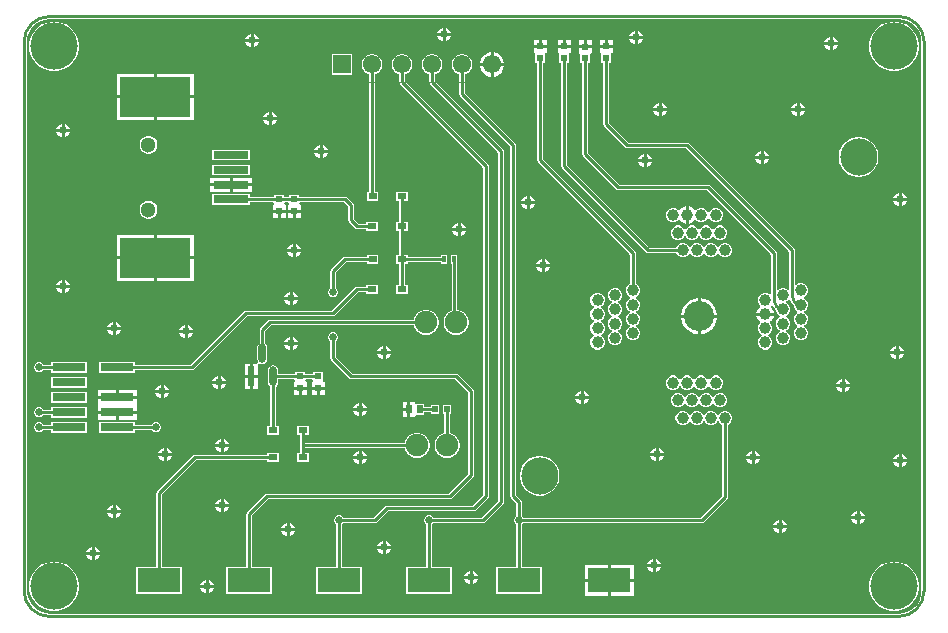
<source format=gtl>
G04*
G04 #@! TF.GenerationSoftware,Altium Limited,Altium Designer,21.3.2 (30)*
G04*
G04 Layer_Physical_Order=1*
G04 Layer_Color=255*
%FSLAX44Y44*%
%MOMM*%
G71*
G04*
G04 #@! TF.SameCoordinates,9234EC1E-5B27-41C9-997F-A59CE03DEA51*
G04*
G04*
G04 #@! TF.FilePolarity,Positive*
G04*
G01*
G75*
%ADD10C,0.2540*%
%ADD15C,0.0500*%
%ADD16R,0.6000X0.6000*%
%ADD17R,0.5000X0.7000*%
%ADD18R,0.5000X0.6000*%
%ADD19R,0.3100X0.5500*%
G04:AMPARAMS|DCode=20|XSize=1.6587mm|YSize=0.6268mm|CornerRadius=0.3134mm|HoleSize=0mm|Usage=FLASHONLY|Rotation=90.000|XOffset=0mm|YOffset=0mm|HoleType=Round|Shape=RoundedRectangle|*
%AMROUNDEDRECTD20*
21,1,1.6587,0.0000,0,0,90.0*
21,1,1.0319,0.6268,0,0,90.0*
1,1,0.6268,0.0000,0.5159*
1,1,0.6268,0.0000,-0.5159*
1,1,0.6268,0.0000,-0.5159*
1,1,0.6268,0.0000,0.5159*
%
%ADD20ROUNDEDRECTD20*%
%ADD21R,0.6268X1.6587*%
%ADD22R,0.8000X0.6000*%
%ADD23R,3.6500X2.0500*%
%ADD24R,3.0000X0.7000*%
%ADD25R,6.0400X3.4000*%
%ADD26R,2.7900X0.7400*%
%ADD42C,2.5499*%
%ADD43C,3.1501*%
%ADD44C,1.0000*%
%ADD45R,1.5500X1.5500*%
%ADD46C,1.5500*%
%ADD47C,1.3000*%
%ADD48C,1.9050*%
%ADD49C,4.0000*%
%ADD50C,0.6350*%
G36*
X998243Y759311D02*
X1001840Y758220D01*
X1005156Y756447D01*
X1008062Y754062D01*
X1010447Y751156D01*
X1012219Y747840D01*
X1013311Y744243D01*
X1013676Y740535D01*
X1013669Y740501D01*
Y275499D01*
X1013676Y275465D01*
X1013311Y271757D01*
X1012219Y268160D01*
X1010447Y264844D01*
X1008062Y261938D01*
X1005156Y259553D01*
X1001840Y257780D01*
X998243Y256689D01*
X994535Y256324D01*
X994501Y256331D01*
X276860D01*
X276804Y256320D01*
X272852Y256709D01*
X268997Y257878D01*
X265445Y259777D01*
X262332Y262332D01*
X259777Y265445D01*
X257878Y268997D01*
X256709Y272852D01*
X256320Y276804D01*
X256331Y276860D01*
Y740501D01*
X256324Y740535D01*
X256689Y744243D01*
X257780Y747840D01*
X259553Y751156D01*
X261938Y754062D01*
X264844Y756447D01*
X268160Y758220D01*
X271757Y759311D01*
X275465Y759676D01*
X275499Y759669D01*
X994501D01*
X994535Y759676D01*
X998243Y759311D01*
D02*
G37*
%LPC*%
G36*
X610870Y752420D02*
Y748030D01*
X615260D01*
X614445Y749997D01*
X612837Y751605D01*
X610870Y752420D01*
D02*
G37*
G36*
X608330D02*
X606363Y751605D01*
X604755Y749997D01*
X603940Y748030D01*
X608330D01*
Y752420D01*
D02*
G37*
G36*
X773430Y749880D02*
Y745490D01*
X777820D01*
X777005Y747457D01*
X775397Y749065D01*
X773430Y749880D01*
D02*
G37*
G36*
X770890D02*
X768923Y749065D01*
X767315Y747457D01*
X766500Y745490D01*
X770890D01*
Y749880D01*
D02*
G37*
G36*
X448310Y747340D02*
Y742950D01*
X452700D01*
X451885Y744917D01*
X450277Y746525D01*
X448310Y747340D01*
D02*
G37*
G36*
X445770D02*
X443803Y746525D01*
X442195Y744917D01*
X441380Y742950D01*
X445770D01*
Y747340D01*
D02*
G37*
G36*
X615260Y745490D02*
X610870D01*
Y741100D01*
X612837Y741915D01*
X614445Y743523D01*
X615260Y745490D01*
D02*
G37*
G36*
X608330D02*
X603940D01*
X604755Y743523D01*
X606363Y741915D01*
X608330Y741100D01*
Y745490D01*
D02*
G37*
G36*
X938530Y744800D02*
Y740410D01*
X942920D01*
X942105Y742377D01*
X940497Y743985D01*
X938530Y744800D01*
D02*
G37*
G36*
X935990D02*
X934023Y743985D01*
X932415Y742377D01*
X931600Y740410D01*
X935990D01*
Y744800D01*
D02*
G37*
G36*
X777820Y742950D02*
X773430D01*
Y738560D01*
X775397Y739375D01*
X777005Y740983D01*
X777820Y742950D01*
D02*
G37*
G36*
X770890D02*
X766500D01*
X767315Y740983D01*
X768923Y739375D01*
X770890Y738560D01*
Y742950D01*
D02*
G37*
G36*
X752300Y742140D02*
X748030D01*
Y737870D01*
X752300D01*
Y742140D01*
D02*
G37*
G36*
X696420D02*
X692150D01*
Y737870D01*
X696420D01*
Y742140D01*
D02*
G37*
G36*
X716740D02*
X712470D01*
Y737870D01*
X716740D01*
Y742140D01*
D02*
G37*
G36*
X709930D02*
X705660D01*
Y737870D01*
X709930D01*
Y742140D01*
D02*
G37*
G36*
X745490D02*
X741220D01*
Y737870D01*
X745490D01*
Y742140D01*
D02*
G37*
G36*
X689610D02*
X685340D01*
Y737870D01*
X689610D01*
Y742140D01*
D02*
G37*
G36*
X734520Y742060D02*
X730250D01*
Y737790D01*
X734520D01*
Y742060D01*
D02*
G37*
G36*
X727710D02*
X723440D01*
Y737790D01*
X727710D01*
Y742060D01*
D02*
G37*
G36*
X452700Y740410D02*
X448310D01*
Y736020D01*
X450277Y736835D01*
X451885Y738443D01*
X452700Y740410D01*
D02*
G37*
G36*
X445770D02*
X441380D01*
X442195Y738443D01*
X443803Y736835D01*
X445770Y736020D01*
Y740410D01*
D02*
G37*
G36*
X942920Y737870D02*
X938530D01*
Y733480D01*
X940497Y734295D01*
X942105Y735903D01*
X942920Y737870D01*
D02*
G37*
G36*
X935990D02*
X931600D01*
X932415Y735903D01*
X934023Y734295D01*
X935990Y733480D01*
Y737870D01*
D02*
G37*
G36*
X651595Y731650D02*
X651510D01*
Y722630D01*
X660530D01*
Y722715D01*
X659829Y725332D01*
X658474Y727678D01*
X656558Y729594D01*
X654212Y730949D01*
X651595Y731650D01*
D02*
G37*
G36*
X648970D02*
X648885D01*
X646268Y730949D01*
X643922Y729594D01*
X642006Y727678D01*
X640651Y725332D01*
X639950Y722715D01*
Y722630D01*
X648970D01*
Y731650D01*
D02*
G37*
G36*
X992670Y757616D02*
X988530D01*
X984470Y756808D01*
X980645Y755224D01*
X977203Y752924D01*
X974276Y749997D01*
X971976Y746555D01*
X970392Y742730D01*
X969584Y738670D01*
Y734530D01*
X970392Y730470D01*
X971976Y726645D01*
X974276Y723203D01*
X977203Y720276D01*
X980645Y717976D01*
X984470Y716392D01*
X988530Y715584D01*
X992670D01*
X996730Y716392D01*
X1000555Y717976D01*
X1003997Y720276D01*
X1006924Y723203D01*
X1009224Y726645D01*
X1010808Y730470D01*
X1011616Y734530D01*
Y738670D01*
X1010808Y742730D01*
X1009224Y746555D01*
X1006924Y749997D01*
X1003997Y752924D01*
X1000555Y755224D01*
X996730Y756808D01*
X992670Y757616D01*
D02*
G37*
G36*
X281470D02*
X277330D01*
X273270Y756808D01*
X269445Y755224D01*
X266003Y752924D01*
X263076Y749997D01*
X260776Y746555D01*
X259192Y742730D01*
X258384Y738670D01*
Y734530D01*
X259192Y730470D01*
X260776Y726645D01*
X263076Y723203D01*
X266003Y720276D01*
X269445Y717976D01*
X273270Y716392D01*
X277330Y715584D01*
X281470D01*
X285530Y716392D01*
X289355Y717976D01*
X292797Y720276D01*
X295724Y723203D01*
X298024Y726645D01*
X299608Y730470D01*
X300416Y734530D01*
Y738670D01*
X299608Y742730D01*
X298024Y746555D01*
X295724Y749997D01*
X292797Y752924D01*
X289355Y755224D01*
X285530Y756808D01*
X281470Y757616D01*
D02*
G37*
G36*
X532006Y730126D02*
X514474D01*
Y712594D01*
X532006D01*
Y730126D01*
D02*
G37*
G36*
X660530Y720090D02*
X651510D01*
Y711070D01*
X651595D01*
X654212Y711771D01*
X656558Y713126D01*
X658474Y715042D01*
X659829Y717388D01*
X660530Y720005D01*
Y720090D01*
D02*
G37*
G36*
X648970D02*
X639950D01*
Y720005D01*
X640651Y717388D01*
X642006Y715042D01*
X643922Y713126D01*
X646268Y711771D01*
X648885Y711070D01*
X648970D01*
Y720090D01*
D02*
G37*
G36*
X398000Y713350D02*
X366530D01*
Y695080D01*
X398000D01*
Y713350D01*
D02*
G37*
G36*
X363990D02*
X332520D01*
Y695080D01*
X363990D01*
Y713350D01*
D02*
G37*
G36*
X910590Y688920D02*
Y684530D01*
X914980D01*
X914165Y686497D01*
X912557Y688105D01*
X910590Y688920D01*
D02*
G37*
G36*
X908050D02*
X906083Y688105D01*
X904475Y686497D01*
X903660Y684530D01*
X908050D01*
Y688920D01*
D02*
G37*
G36*
X793750D02*
Y684530D01*
X798140D01*
X797325Y686497D01*
X795717Y688105D01*
X793750Y688920D01*
D02*
G37*
G36*
X791210D02*
X789243Y688105D01*
X787635Y686497D01*
X786820Y684530D01*
X791210D01*
Y688920D01*
D02*
G37*
G36*
X914980Y681990D02*
X910590D01*
Y677600D01*
X912557Y678415D01*
X914165Y680023D01*
X914980Y681990D01*
D02*
G37*
G36*
X908050D02*
X903660D01*
X904475Y680023D01*
X906083Y678415D01*
X908050Y677600D01*
Y681990D01*
D02*
G37*
G36*
X798140D02*
X793750D01*
Y677600D01*
X795717Y678415D01*
X797325Y680023D01*
X798140Y681990D01*
D02*
G37*
G36*
X791210D02*
X786820D01*
X787635Y680023D01*
X789243Y678415D01*
X791210Y677600D01*
Y681990D01*
D02*
G37*
G36*
X463550Y681300D02*
Y676910D01*
X467940D01*
X467125Y678877D01*
X465517Y680485D01*
X463550Y681300D01*
D02*
G37*
G36*
X461010D02*
X459043Y680485D01*
X457435Y678877D01*
X456620Y676910D01*
X461010D01*
Y681300D01*
D02*
G37*
G36*
X398000Y692540D02*
X366530D01*
Y674270D01*
X398000D01*
Y692540D01*
D02*
G37*
G36*
X363990D02*
X332520D01*
Y674270D01*
X363990D01*
Y692540D01*
D02*
G37*
G36*
X467940Y674370D02*
X463550D01*
Y669980D01*
X465517Y670795D01*
X467125Y672403D01*
X467940Y674370D01*
D02*
G37*
G36*
X461010D02*
X456620D01*
X457435Y672403D01*
X459043Y670795D01*
X461010Y669980D01*
Y674370D01*
D02*
G37*
G36*
X288290Y671140D02*
Y666750D01*
X292680D01*
X291865Y668717D01*
X290257Y670325D01*
X288290Y671140D01*
D02*
G37*
G36*
X285750D02*
X283783Y670325D01*
X282175Y668717D01*
X281360Y666750D01*
X285750D01*
Y671140D01*
D02*
G37*
G36*
X292680Y664210D02*
X288290D01*
Y659820D01*
X290257Y660635D01*
X291865Y662243D01*
X292680Y664210D01*
D02*
G37*
G36*
X285750D02*
X281360D01*
X282175Y662243D01*
X283783Y660635D01*
X285750Y659820D01*
Y664210D01*
D02*
G37*
G36*
X506730Y653360D02*
Y648970D01*
X511120D01*
X510305Y650937D01*
X508697Y652545D01*
X506730Y653360D01*
D02*
G37*
G36*
X504190D02*
X502223Y652545D01*
X500615Y650937D01*
X499800Y648970D01*
X504190D01*
Y653360D01*
D02*
G37*
G36*
X360249Y660826D02*
X358270D01*
X356359Y660314D01*
X354645Y659324D01*
X353246Y657925D01*
X352256Y656211D01*
X351744Y654299D01*
Y652320D01*
X352256Y650409D01*
X353246Y648695D01*
X354645Y647296D01*
X356359Y646306D01*
X358270Y645794D01*
X360249D01*
X362161Y646306D01*
X363875Y647296D01*
X365274Y648695D01*
X366264Y650409D01*
X366776Y652320D01*
Y654299D01*
X366264Y656211D01*
X365274Y657925D01*
X363875Y659324D01*
X362161Y660314D01*
X360249Y660826D01*
D02*
G37*
G36*
X880110Y648280D02*
Y643890D01*
X884500D01*
X883685Y645857D01*
X882077Y647465D01*
X880110Y648280D01*
D02*
G37*
G36*
X877570D02*
X875603Y647465D01*
X873995Y645857D01*
X873180Y643890D01*
X877570D01*
Y648280D01*
D02*
G37*
G36*
X511120Y646430D02*
X506730D01*
Y642040D01*
X508697Y642855D01*
X510305Y644463D01*
X511120Y646430D01*
D02*
G37*
G36*
X504190D02*
X499800D01*
X500615Y644463D01*
X502223Y642855D01*
X504190Y642040D01*
Y646430D01*
D02*
G37*
G36*
X781050Y645740D02*
Y641350D01*
X785440D01*
X784625Y643317D01*
X783017Y644925D01*
X781050Y645740D01*
D02*
G37*
G36*
X778510D02*
X776543Y644925D01*
X774935Y643317D01*
X774120Y641350D01*
X778510D01*
Y645740D01*
D02*
G37*
G36*
X445276Y649076D02*
X413244D01*
Y640044D01*
X445276D01*
Y649076D01*
D02*
G37*
G36*
X884500Y641350D02*
X880110D01*
Y636960D01*
X882077Y637775D01*
X883685Y639383D01*
X884500Y641350D01*
D02*
G37*
G36*
X877570D02*
X873180D01*
X873995Y639383D01*
X875603Y637775D01*
X877570Y636960D01*
Y641350D01*
D02*
G37*
G36*
X785440Y638810D02*
X781050D01*
Y634420D01*
X783017Y635235D01*
X784625Y636843D01*
X785440Y638810D01*
D02*
G37*
G36*
X778510D02*
X774120D01*
X774935Y636843D01*
X776543Y635235D01*
X778510Y634420D01*
Y638810D01*
D02*
G37*
G36*
X445276Y636576D02*
X413244D01*
Y627544D01*
X445276D01*
Y636576D01*
D02*
G37*
G36*
X962152Y659765D02*
X958850D01*
X955610Y659121D01*
X952559Y657857D01*
X949813Y656022D01*
X947478Y653687D01*
X945643Y650940D01*
X944379Y647889D01*
X943735Y644650D01*
Y641347D01*
X944379Y638108D01*
X945643Y635056D01*
X947478Y632310D01*
X949813Y629975D01*
X952559Y628140D01*
X955610Y626876D01*
X958850Y626232D01*
X962152D01*
X965392Y626876D01*
X968443Y628140D01*
X971189Y629975D01*
X973524Y632310D01*
X975359Y635056D01*
X976623Y638108D01*
X977268Y641347D01*
Y644650D01*
X976623Y647889D01*
X975359Y650940D01*
X973524Y653687D01*
X971189Y656022D01*
X968443Y657857D01*
X965392Y659121D01*
X962152Y659765D01*
D02*
G37*
G36*
X446800Y625600D02*
X430530D01*
Y620830D01*
X446800D01*
Y625600D01*
D02*
G37*
G36*
X427990D02*
X411720D01*
Y620830D01*
X427990D01*
Y625600D01*
D02*
G37*
G36*
X446800Y618290D02*
X430530D01*
Y613520D01*
X446800D01*
Y618290D01*
D02*
G37*
G36*
X427990D02*
X411720D01*
Y613520D01*
X427990D01*
Y618290D01*
D02*
G37*
G36*
X996950Y612720D02*
Y608330D01*
X1001340D01*
X1000525Y610297D01*
X998917Y611905D01*
X996950Y612720D01*
D02*
G37*
G36*
X994410D02*
X992443Y611905D01*
X990835Y610297D01*
X990020Y608330D01*
X994410D01*
Y612720D01*
D02*
G37*
G36*
X681990Y610180D02*
Y605790D01*
X686380D01*
X685565Y607757D01*
X683957Y609365D01*
X681990Y610180D01*
D02*
G37*
G36*
X679450D02*
X677483Y609365D01*
X675875Y607757D01*
X675060Y605790D01*
X679450D01*
Y610180D01*
D02*
G37*
G36*
X549794Y730126D02*
X547486D01*
X545256Y729529D01*
X543258Y728374D01*
X541626Y726742D01*
X540471Y724744D01*
X539874Y722514D01*
Y720206D01*
X540471Y717976D01*
X541626Y715978D01*
X543258Y714345D01*
X545256Y713191D01*
X546309Y712909D01*
Y613616D01*
X544024D01*
Y605584D01*
X554056D01*
Y613616D01*
X550971D01*
Y712909D01*
X552024Y713191D01*
X554022Y714345D01*
X555654Y715978D01*
X556809Y717976D01*
X557406Y720206D01*
Y722514D01*
X556809Y724744D01*
X555654Y726742D01*
X554022Y728374D01*
X552024Y729529D01*
X549794Y730126D01*
D02*
G37*
G36*
X1001340Y605790D02*
X996950D01*
Y601400D01*
X998917Y602215D01*
X1000525Y603823D01*
X1001340Y605790D01*
D02*
G37*
G36*
X994410D02*
X990020D01*
X990835Y603823D01*
X992443Y602215D01*
X994410Y601400D01*
Y605790D01*
D02*
G37*
G36*
X686380Y603250D02*
X681990D01*
Y598860D01*
X683957Y599675D01*
X685565Y601283D01*
X686380Y603250D01*
D02*
G37*
G36*
X679450D02*
X675060D01*
X675875Y601283D01*
X677483Y599675D01*
X679450Y598860D01*
Y603250D01*
D02*
G37*
G36*
X814230Y601465D02*
X812590Y601026D01*
X810870Y600033D01*
X809466Y598629D01*
X809360Y598444D01*
X807773Y598236D01*
X806909Y599099D01*
X804698Y600015D01*
X802304D01*
X800093Y599099D01*
X798401Y597407D01*
X797485Y595196D01*
Y592803D01*
X798401Y590592D01*
X800093Y588899D01*
X802304Y587983D01*
X804698D01*
X806909Y588899D01*
X807773Y589763D01*
X809360Y589554D01*
X809466Y589370D01*
X810870Y587966D01*
X812590Y586973D01*
X814230Y586534D01*
Y593999D01*
Y601465D01*
D02*
G37*
G36*
X488140Y595790D02*
X483870D01*
Y591520D01*
X488140D01*
Y595790D01*
D02*
G37*
G36*
X481330D02*
X477060D01*
Y591520D01*
X481330D01*
Y595790D01*
D02*
G37*
G36*
X475440D02*
X471170D01*
Y591520D01*
X475440D01*
Y595790D01*
D02*
G37*
G36*
X468630D02*
X464360D01*
Y591520D01*
X468630D01*
Y595790D01*
D02*
G37*
G36*
X360249Y605826D02*
X358270D01*
X356359Y605314D01*
X354645Y604324D01*
X353246Y602925D01*
X352256Y601211D01*
X351744Y599300D01*
Y597321D01*
X352256Y595409D01*
X353246Y593695D01*
X354645Y592296D01*
X356359Y591306D01*
X358270Y590794D01*
X360249D01*
X362161Y591306D01*
X363875Y592296D01*
X365274Y593695D01*
X366264Y595409D01*
X366776Y597321D01*
Y599300D01*
X366264Y601211D01*
X365274Y602925D01*
X363875Y604324D01*
X362161Y605314D01*
X360249Y605826D01*
D02*
G37*
G36*
X816770Y601465D02*
Y593999D01*
Y586534D01*
X818410Y586973D01*
X820130Y587966D01*
X821534Y589370D01*
X821641Y589556D01*
X823228Y589765D01*
X824094Y588899D01*
X826305Y587983D01*
X828698D01*
X830909Y588899D01*
X832602Y590592D01*
X832866Y591230D01*
X834136D01*
X834400Y590592D01*
X836093Y588899D01*
X838304Y587983D01*
X840697D01*
X842908Y588899D01*
X844601Y590592D01*
X845517Y592803D01*
Y595196D01*
X844601Y597407D01*
X842908Y599099D01*
X840697Y600015D01*
X838304D01*
X836093Y599099D01*
X834400Y597407D01*
X834136Y596769D01*
X832866D01*
X832602Y597407D01*
X830909Y599099D01*
X828698Y600015D01*
X826305D01*
X824094Y599099D01*
X823228Y598234D01*
X821641Y598443D01*
X821534Y598629D01*
X820130Y600033D01*
X818410Y601026D01*
X816770Y601465D01*
D02*
G37*
G36*
X623570Y587320D02*
Y582930D01*
X627960D01*
X627145Y584897D01*
X625537Y586505D01*
X623570Y587320D01*
D02*
G37*
G36*
X621030D02*
X619063Y586505D01*
X617455Y584897D01*
X616640Y582930D01*
X621030D01*
Y587320D01*
D02*
G37*
G36*
X844698Y585014D02*
X842304D01*
X840093Y584098D01*
X838401Y582406D01*
X838135Y581765D01*
X836865D01*
X836600Y582406D01*
X834907Y584098D01*
X832696Y585014D01*
X830303D01*
X828092Y584098D01*
X826399Y582406D01*
X826135Y581768D01*
X824865D01*
X824601Y582406D01*
X822908Y584098D01*
X820697Y585014D01*
X818304D01*
X816093Y584098D01*
X814400Y582406D01*
X814136Y581768D01*
X812866D01*
X812602Y582406D01*
X810909Y584098D01*
X808698Y585014D01*
X806305D01*
X804094Y584098D01*
X802401Y582406D01*
X801486Y580195D01*
Y577801D01*
X802401Y575590D01*
X804094Y573898D01*
X806305Y572982D01*
X808698D01*
X810909Y573898D01*
X812602Y575590D01*
X812866Y576228D01*
X814136D01*
X814400Y575590D01*
X816093Y573898D01*
X818304Y572982D01*
X820697D01*
X822908Y573898D01*
X824601Y575590D01*
X824865Y576228D01*
X826135D01*
X826399Y575590D01*
X828092Y573898D01*
X830303Y572982D01*
X832696D01*
X834907Y573898D01*
X836600Y575590D01*
X836865Y576232D01*
X838135D01*
X838401Y575590D01*
X840093Y573898D01*
X842304Y572982D01*
X844698D01*
X846909Y573898D01*
X848601Y575590D01*
X849517Y577801D01*
Y580195D01*
X848601Y582406D01*
X846909Y584098D01*
X844698Y585014D01*
D02*
G37*
G36*
X445276Y611576D02*
X413244D01*
Y602544D01*
X445276D01*
Y604729D01*
X464986D01*
X465496Y604219D01*
X465297Y602804D01*
X464798Y602600D01*
X464360D01*
Y598330D01*
X469900D01*
X475440D01*
Y602600D01*
X475002D01*
X474503Y602804D01*
X474304Y604219D01*
X474814Y604729D01*
X477686D01*
X478196Y604219D01*
X477997Y602804D01*
X477498Y602600D01*
X477060D01*
Y598330D01*
X482600D01*
X488140D01*
Y602600D01*
X487702D01*
X487203Y602804D01*
X487004Y604219D01*
X487514Y604729D01*
X524815D01*
X528529Y601015D01*
Y589280D01*
X528707Y588388D01*
X529212Y587632D01*
X534292Y582552D01*
X535048Y582047D01*
X535940Y581869D01*
X543624D01*
Y580184D01*
X553656D01*
Y588216D01*
X543624D01*
Y586531D01*
X536906D01*
X533191Y590246D01*
Y601980D01*
X533013Y602872D01*
X532508Y603628D01*
X527428Y608708D01*
X526672Y609213D01*
X525780Y609391D01*
X486616D01*
Y611076D01*
X478584D01*
Y609391D01*
X473916D01*
Y611076D01*
X465884D01*
Y609391D01*
X445276D01*
Y611576D01*
D02*
G37*
G36*
X627960Y580390D02*
X623570D01*
Y576000D01*
X625537Y576815D01*
X627145Y578423D01*
X627960Y580390D01*
D02*
G37*
G36*
X621030D02*
X616640D01*
X617455Y578423D01*
X619063Y576815D01*
X621030Y576000D01*
Y580390D01*
D02*
G37*
G36*
X483870Y569540D02*
Y565150D01*
X488260D01*
X487445Y567117D01*
X485837Y568725D01*
X483870Y569540D01*
D02*
G37*
G36*
X481330D02*
X479363Y568725D01*
X477755Y567117D01*
X476940Y565150D01*
X481330D01*
Y569540D01*
D02*
G37*
G36*
X398000Y577350D02*
X366530D01*
Y559080D01*
X398000D01*
Y577350D01*
D02*
G37*
G36*
X363990D02*
X332520D01*
Y559080D01*
X363990D01*
Y577350D01*
D02*
G37*
G36*
X488260Y562610D02*
X483870D01*
Y558220D01*
X485837Y559035D01*
X487445Y560643D01*
X488260Y562610D01*
D02*
G37*
G36*
X481330D02*
X476940D01*
X477755Y560643D01*
X479363Y559035D01*
X481330Y558220D01*
Y562610D01*
D02*
G37*
G36*
X716740Y735330D02*
X711200D01*
X705660D01*
Y731060D01*
X706098D01*
X707184Y730616D01*
X707184Y729790D01*
Y722584D01*
X708869D01*
Y635000D01*
X709047Y634108D01*
X709552Y633352D01*
X780553Y562351D01*
X781309Y561846D01*
X782201Y561669D01*
X805953D01*
X806399Y560592D01*
X808092Y558899D01*
X810303Y557983D01*
X812696D01*
X814907Y558899D01*
X816600Y560592D01*
X816865Y561233D01*
X818135D01*
X818401Y560592D01*
X820093Y558899D01*
X822304Y557983D01*
X824698D01*
X826909Y558899D01*
X828601Y560592D01*
X828866Y561230D01*
X830135D01*
X830400Y560592D01*
X832092Y558899D01*
X834303Y557983D01*
X836697D01*
X838908Y558899D01*
X840600Y560592D01*
X840866Y561233D01*
X842136D01*
X842401Y560592D01*
X844094Y558899D01*
X846305Y557983D01*
X848698D01*
X850909Y558899D01*
X852602Y560592D01*
X853518Y562803D01*
Y565196D01*
X852602Y567407D01*
X850909Y569100D01*
X848698Y570015D01*
X846305D01*
X844094Y569100D01*
X842401Y567407D01*
X842136Y566766D01*
X840866D01*
X840600Y567407D01*
X838908Y569100D01*
X836697Y570015D01*
X834303D01*
X832092Y569100D01*
X830400Y567407D01*
X830135Y566769D01*
X828866D01*
X828601Y567407D01*
X826909Y569100D01*
X824698Y570015D01*
X822304D01*
X820093Y569100D01*
X818401Y567407D01*
X818135Y566766D01*
X816865D01*
X816600Y567407D01*
X814907Y569100D01*
X812696Y570015D01*
X810303D01*
X808092Y569100D01*
X806399Y567407D01*
X805953Y566330D01*
X783166D01*
X713531Y635965D01*
Y722584D01*
X715216D01*
X715216Y730616D01*
X716302Y731060D01*
X716740D01*
Y735330D01*
D02*
G37*
G36*
X579056Y613616D02*
X569024D01*
Y605584D01*
X571309D01*
Y588216D01*
X568624D01*
Y580184D01*
X571309D01*
Y560276D01*
X569024D01*
Y552244D01*
X571509D01*
Y534876D01*
X568824D01*
Y526844D01*
X578856D01*
Y534876D01*
X576171D01*
Y552244D01*
X579056D01*
Y553929D01*
X607034D01*
Y552494D01*
X612166D01*
Y560026D01*
X607034D01*
Y558591D01*
X579056D01*
Y560276D01*
X575971D01*
Y580184D01*
X578656D01*
Y588216D01*
X575971D01*
Y605584D01*
X579056D01*
Y613616D01*
D02*
G37*
G36*
X694690Y556840D02*
Y552450D01*
X699080D01*
X698265Y554417D01*
X696657Y556025D01*
X694690Y556840D01*
D02*
G37*
G36*
X692150D02*
X690183Y556025D01*
X688575Y554417D01*
X687760Y552450D01*
X692150D01*
Y556840D01*
D02*
G37*
G36*
X554056Y560276D02*
X544024D01*
Y558591D01*
X525780D01*
X524888Y558413D01*
X524132Y557908D01*
X513972Y547748D01*
X513467Y546992D01*
X513289Y546100D01*
Y531891D01*
X513246Y531873D01*
X512067Y530694D01*
X511429Y529154D01*
Y527486D01*
X512067Y525946D01*
X513246Y524767D01*
X514786Y524129D01*
X516454D01*
X517994Y524767D01*
X519173Y525946D01*
X519811Y527486D01*
Y529154D01*
X519173Y530694D01*
X517994Y531873D01*
X517951Y531891D01*
Y545135D01*
X526745Y553929D01*
X544024D01*
Y552244D01*
X554056D01*
Y560276D01*
D02*
G37*
G36*
X699080Y549910D02*
X694690D01*
Y545520D01*
X696657Y546335D01*
X698265Y547943D01*
X699080Y549910D01*
D02*
G37*
G36*
X692150D02*
X687760D01*
X688575Y547943D01*
X690183Y546335D01*
X692150Y545520D01*
Y549910D01*
D02*
G37*
G36*
X398000Y556540D02*
X366530D01*
Y538270D01*
X398000D01*
Y556540D01*
D02*
G37*
G36*
X363990D02*
X332520D01*
Y538270D01*
X363990D01*
Y556540D01*
D02*
G37*
G36*
X288290Y539060D02*
Y534670D01*
X292680D01*
X291865Y536637D01*
X290257Y538245D01*
X288290Y539060D01*
D02*
G37*
G36*
X285750D02*
X283783Y538245D01*
X282175Y536637D01*
X281360Y534670D01*
X285750D01*
Y539060D01*
D02*
G37*
G36*
X752300Y735330D02*
X746760D01*
X741220D01*
Y731060D01*
X741658D01*
X742744Y730616D01*
X742744Y729790D01*
Y722584D01*
X744429D01*
Y670560D01*
X744607Y669668D01*
X745112Y668912D01*
X762892Y651132D01*
X763648Y650627D01*
X764540Y650449D01*
X814375D01*
X901909Y562915D01*
Y530894D01*
X901476Y530582D01*
X900870Y530407D01*
X900618Y530389D01*
X899908Y531099D01*
X897697Y532014D01*
X895304D01*
X893093Y531099D01*
X892601Y530606D01*
X891331Y531133D01*
Y561340D01*
X891153Y562232D01*
X890648Y562988D01*
X834768Y618868D01*
X834012Y619373D01*
X833120Y619551D01*
X757885D01*
X731311Y646125D01*
Y722504D01*
X732996D01*
X732996Y730536D01*
X734082Y730980D01*
X734520D01*
Y735250D01*
X728980D01*
X723440D01*
Y730980D01*
X723878D01*
X724964Y730536D01*
X724964Y729710D01*
Y722504D01*
X726649D01*
Y645160D01*
X726827Y644268D01*
X727332Y643512D01*
X755272Y615572D01*
X756028Y615067D01*
X756920Y614889D01*
X832155D01*
X886669Y560375D01*
Y527132D01*
X885399Y526606D01*
X884907Y527098D01*
X882696Y528014D01*
X880303D01*
X878092Y527098D01*
X876399Y525406D01*
X875483Y523195D01*
Y520801D01*
X876399Y518590D01*
X877263Y517726D01*
X877054Y516139D01*
X876870Y516032D01*
X875466Y514629D01*
X874473Y512909D01*
X874034Y511269D01*
X888965D01*
X888526Y512909D01*
X887533Y514629D01*
X886476Y515685D01*
X886396Y517046D01*
X886418Y517130D01*
X887846Y516821D01*
X887952Y516565D01*
X889521Y514520D01*
X890485Y513781D01*
Y512803D01*
X891401Y510592D01*
X893093Y508899D01*
X893734Y508634D01*
Y507364D01*
X893093Y507098D01*
X891401Y505406D01*
X890485Y503195D01*
Y500801D01*
X891401Y498590D01*
X893093Y496898D01*
X893731Y496633D01*
Y495364D01*
X893093Y495099D01*
X891401Y493407D01*
X890485Y491196D01*
Y488802D01*
X891401Y486591D01*
X893093Y484899D01*
X895304Y483983D01*
X897697D01*
X899908Y484899D01*
X901601Y486591D01*
X902517Y488802D01*
Y491196D01*
X901601Y493407D01*
X899908Y495099D01*
X899270Y495364D01*
Y496633D01*
X899908Y496898D01*
X901601Y498590D01*
X902517Y500801D01*
Y503195D01*
X901601Y505406D01*
X899908Y507098D01*
X899267Y507364D01*
Y508634D01*
X899908Y508899D01*
X901601Y510592D01*
X902517Y512803D01*
Y515196D01*
X901601Y517407D01*
X899908Y519100D01*
X899270Y519364D01*
Y520634D01*
X899908Y520898D01*
X901105Y522094D01*
X902572Y521870D01*
X903162Y520447D01*
X904692Y518452D01*
X905486Y517843D01*
Y516803D01*
X906402Y514592D01*
X908094Y512900D01*
X908735Y512634D01*
Y511364D01*
X908094Y511099D01*
X906402Y509406D01*
X905486Y507195D01*
Y504802D01*
X906402Y502591D01*
X908094Y500898D01*
X908732Y500634D01*
Y499364D01*
X908094Y499100D01*
X906402Y497407D01*
X905486Y495196D01*
Y492803D01*
X906402Y490592D01*
X908094Y488899D01*
X910305Y487984D01*
X912699D01*
X914910Y488899D01*
X916602Y490592D01*
X917518Y492803D01*
Y495196D01*
X916602Y497407D01*
X914910Y499100D01*
X914271Y499364D01*
Y500634D01*
X914910Y500898D01*
X916602Y502591D01*
X917518Y504802D01*
Y507195D01*
X916602Y509406D01*
X914910Y511099D01*
X914268Y511364D01*
Y512634D01*
X914910Y512900D01*
X916602Y514592D01*
X917518Y516803D01*
Y519197D01*
X916602Y521408D01*
X914910Y523100D01*
X914271Y523364D01*
Y524635D01*
X914910Y524899D01*
X916602Y526591D01*
X917518Y528802D01*
Y531196D01*
X916602Y533407D01*
X914910Y535099D01*
X912699Y536015D01*
X910305D01*
X908094Y535099D01*
X907744Y534749D01*
X906571Y535235D01*
Y563880D01*
X906393Y564772D01*
X905888Y565528D01*
X816988Y654428D01*
X816232Y654933D01*
X815340Y655111D01*
X765506D01*
X749091Y671525D01*
Y722584D01*
X750776D01*
X750776Y730616D01*
X751862Y731060D01*
X752300D01*
Y735330D01*
D02*
G37*
G36*
X292680Y532130D02*
X288290D01*
Y527740D01*
X290257Y528555D01*
X291865Y530163D01*
X292680Y532130D01*
D02*
G37*
G36*
X285750D02*
X281360D01*
X282175Y530163D01*
X283783Y528555D01*
X285750Y527740D01*
Y532130D01*
D02*
G37*
G36*
X553856Y534876D02*
X543824D01*
Y533191D01*
X535940D01*
X535048Y533013D01*
X534292Y532508D01*
X514655Y512871D01*
X441960D01*
X441068Y512693D01*
X440312Y512188D01*
X395275Y467151D01*
X347766D01*
Y469536D01*
X317834D01*
Y460104D01*
X347766D01*
Y462489D01*
X396240D01*
X397132Y462667D01*
X397888Y463172D01*
X442925Y508209D01*
X515620D01*
X516512Y508387D01*
X517268Y508892D01*
X536905Y528529D01*
X543824D01*
Y526844D01*
X553856D01*
Y534876D01*
D02*
G37*
G36*
X481330Y528900D02*
Y524510D01*
X485720D01*
X484905Y526477D01*
X483297Y528085D01*
X481330Y528900D01*
D02*
G37*
G36*
X478790D02*
X476823Y528085D01*
X475215Y526477D01*
X474400Y524510D01*
X478790D01*
Y528900D01*
D02*
G37*
G36*
X485720Y521970D02*
X481330D01*
Y517580D01*
X483297Y518395D01*
X484905Y520003D01*
X485720Y521970D01*
D02*
G37*
G36*
X478790D02*
X474400D01*
X475215Y520003D01*
X476823Y518395D01*
X478790Y517580D01*
Y521970D01*
D02*
G37*
G36*
X827006Y523289D02*
X826770D01*
Y509270D01*
X840789D01*
Y509506D01*
X840202Y512460D01*
X839049Y515242D01*
X837376Y517747D01*
X835247Y519876D01*
X832742Y521549D01*
X829960Y522702D01*
X827006Y523289D01*
D02*
G37*
G36*
X824230D02*
X823994D01*
X821040Y522702D01*
X818258Y521549D01*
X815753Y519876D01*
X813624Y517747D01*
X811951Y515242D01*
X810798Y512460D01*
X810210Y509506D01*
Y509270D01*
X824230D01*
Y523289D01*
D02*
G37*
G36*
X331470Y503500D02*
Y499110D01*
X335860D01*
X335045Y501077D01*
X333437Y502685D01*
X331470Y503500D01*
D02*
G37*
G36*
X328930D02*
X326963Y502685D01*
X325355Y501077D01*
X324540Y499110D01*
X328930D01*
Y503500D01*
D02*
G37*
G36*
X392430Y500960D02*
Y496570D01*
X396820D01*
X396005Y498537D01*
X394397Y500145D01*
X392430Y500960D01*
D02*
G37*
G36*
X389890D02*
X387923Y500145D01*
X386315Y498537D01*
X385500Y496570D01*
X389890D01*
Y500960D01*
D02*
G37*
G36*
X840789Y506730D02*
X826770D01*
Y492710D01*
X827006D01*
X829960Y493298D01*
X832742Y494451D01*
X835247Y496124D01*
X837376Y498254D01*
X839049Y500758D01*
X840202Y503540D01*
X840789Y506494D01*
Y506730D01*
D02*
G37*
G36*
X824230D02*
X810210D01*
Y506494D01*
X810798Y503540D01*
X811951Y500758D01*
X813624Y498254D01*
X815753Y496124D01*
X818258Y494451D01*
X821040Y493298D01*
X823994Y492710D01*
X824230D01*
Y506730D01*
D02*
G37*
G36*
X620566Y560026D02*
X615434D01*
Y552494D01*
X615949D01*
Y512812D01*
X615691Y512743D01*
X613288Y511355D01*
X611325Y509392D01*
X609937Y506989D01*
X609219Y504308D01*
Y501532D01*
X609937Y498851D01*
X611325Y496448D01*
X613288Y494485D01*
X615691Y493097D01*
X618372Y492379D01*
X621148D01*
X623829Y493097D01*
X626232Y494485D01*
X628195Y496448D01*
X629583Y498851D01*
X630301Y501532D01*
Y504308D01*
X629583Y506989D01*
X628195Y509392D01*
X626232Y511355D01*
X623829Y512743D01*
X621148Y513461D01*
X620611D01*
Y555980D01*
X620566Y556205D01*
Y560026D01*
D02*
G37*
G36*
X595748Y513461D02*
X592972D01*
X590291Y512743D01*
X587888Y511355D01*
X585925Y509392D01*
X584537Y506989D01*
X584072Y505251D01*
X462280D01*
X461388Y505073D01*
X460632Y504568D01*
X454022Y497958D01*
X453517Y497202D01*
X453339Y496310D01*
Y485327D01*
X452678Y484886D01*
X451761Y483513D01*
X451438Y481894D01*
Y471575D01*
X451761Y469955D01*
X452197Y469302D01*
X451517Y468034D01*
X451216Y468034D01*
Y468034D01*
X451196Y468034D01*
X447790D01*
Y458470D01*
X452194D01*
X452194Y467044D01*
Y467071D01*
Y467071D01*
X452194Y467378D01*
X453451Y468066D01*
X454051Y467665D01*
X455670Y467343D01*
X457289Y467665D01*
X458662Y468583D01*
X459579Y469955D01*
X459902Y471575D01*
Y481894D01*
X459579Y483513D01*
X458662Y484886D01*
X458001Y485327D01*
Y495345D01*
X463245Y500589D01*
X584072D01*
X584537Y498851D01*
X585925Y496448D01*
X587888Y494485D01*
X590291Y493097D01*
X592972Y492379D01*
X595748D01*
X598429Y493097D01*
X600832Y494485D01*
X602795Y496448D01*
X604183Y498851D01*
X604901Y501532D01*
Y504308D01*
X604183Y506989D01*
X602795Y509392D01*
X600832Y511355D01*
X598429Y512743D01*
X595748Y513461D01*
D02*
G37*
G36*
X335860Y496570D02*
X331470D01*
Y492180D01*
X333437Y492995D01*
X335045Y494603D01*
X335860Y496570D01*
D02*
G37*
G36*
X328930D02*
X324540D01*
X325355Y494603D01*
X326963Y492995D01*
X328930Y492180D01*
Y496570D01*
D02*
G37*
G36*
X396820Y494030D02*
X392430D01*
Y489640D01*
X394397Y490455D01*
X396005Y492063D01*
X396820Y494030D01*
D02*
G37*
G36*
X389890D02*
X385500D01*
X386315Y492063D01*
X387923Y490455D01*
X389890Y489640D01*
Y494030D01*
D02*
G37*
G36*
X696420Y735330D02*
X690880D01*
X685340D01*
Y731060D01*
X685778D01*
X686864Y730616D01*
X686864Y729790D01*
Y722584D01*
X688549D01*
Y640080D01*
X688727Y639188D01*
X689232Y638432D01*
X767289Y560375D01*
Y535595D01*
X766093Y535099D01*
X764400Y533407D01*
X763485Y531196D01*
Y528802D01*
X764400Y526591D01*
X766093Y524899D01*
X766731Y524635D01*
Y523364D01*
X766093Y523100D01*
X764400Y521408D01*
X763485Y519197D01*
Y516803D01*
X764400Y514592D01*
X766093Y512900D01*
X766734Y512634D01*
Y511364D01*
X766093Y511099D01*
X764400Y509406D01*
X763485Y507195D01*
Y504802D01*
X764400Y502591D01*
X766093Y500898D01*
X766731Y500634D01*
Y499364D01*
X766093Y499100D01*
X764400Y497407D01*
X763485Y495196D01*
Y492803D01*
X764400Y490592D01*
X766093Y488899D01*
X768304Y487984D01*
X770697D01*
X772908Y488899D01*
X774601Y490592D01*
X775517Y492803D01*
Y495196D01*
X774601Y497407D01*
X772908Y499100D01*
X772270Y499364D01*
Y500634D01*
X772908Y500898D01*
X774601Y502591D01*
X775517Y504802D01*
Y507195D01*
X774601Y509406D01*
X772908Y511099D01*
X772267Y511364D01*
Y512634D01*
X772908Y512900D01*
X774601Y514592D01*
X775517Y516803D01*
Y519197D01*
X774601Y521408D01*
X772908Y523100D01*
X772270Y523364D01*
Y524635D01*
X772908Y524899D01*
X774601Y526591D01*
X775517Y528802D01*
Y531196D01*
X774601Y533407D01*
X772908Y535099D01*
X771951Y535496D01*
Y561340D01*
X771773Y562232D01*
X771268Y562988D01*
X693211Y641045D01*
Y722584D01*
X694896D01*
X694896Y730616D01*
X695982Y731060D01*
X696420D01*
Y735330D01*
D02*
G37*
G36*
X481330Y490800D02*
Y486410D01*
X485720D01*
X484905Y488377D01*
X483297Y489985D01*
X481330Y490800D01*
D02*
G37*
G36*
X478790D02*
X476823Y489985D01*
X475215Y488377D01*
X474400Y486410D01*
X478790D01*
Y490800D01*
D02*
G37*
G36*
X755696Y532014D02*
X753303D01*
X751092Y531099D01*
X749399Y529406D01*
X748483Y527195D01*
Y524802D01*
X749399Y522591D01*
X751092Y520898D01*
X751730Y520634D01*
Y519364D01*
X751092Y519100D01*
X749399Y517407D01*
X748483Y515196D01*
Y512803D01*
X749399Y510592D01*
X751092Y508899D01*
X751733Y508634D01*
Y507364D01*
X751092Y507098D01*
X749399Y505406D01*
X748483Y503195D01*
Y500801D01*
X749399Y498590D01*
X751092Y496898D01*
X751730Y496633D01*
Y495364D01*
X751092Y495099D01*
X749399Y493407D01*
X748483Y491196D01*
Y488802D01*
X749399Y486591D01*
X751092Y484899D01*
X753303Y483983D01*
X755696D01*
X757907Y484899D01*
X759600Y486591D01*
X760515Y488802D01*
Y491196D01*
X759600Y493407D01*
X757907Y495099D01*
X757269Y495364D01*
Y496633D01*
X757907Y496898D01*
X759600Y498590D01*
X760515Y500801D01*
Y503195D01*
X759600Y505406D01*
X757907Y507098D01*
X757266Y507364D01*
Y508634D01*
X757907Y508899D01*
X759600Y510592D01*
X760515Y512803D01*
Y515196D01*
X759600Y517407D01*
X757907Y519100D01*
X757269Y519364D01*
Y520634D01*
X757907Y520898D01*
X759600Y522591D01*
X760515Y524802D01*
Y527195D01*
X759600Y529406D01*
X757907Y531099D01*
X755696Y532014D01*
D02*
G37*
G36*
X888965Y508729D02*
X874034D01*
X874473Y507089D01*
X875466Y505369D01*
X876870Y503965D01*
X877054Y503859D01*
X877263Y502272D01*
X876399Y501408D01*
X875483Y499197D01*
Y496803D01*
X876399Y494592D01*
X878092Y492900D01*
X878733Y492634D01*
Y491364D01*
X878092Y491099D01*
X876399Y489406D01*
X875483Y487195D01*
Y484802D01*
X876399Y482591D01*
X878092Y480898D01*
X880303Y479982D01*
X882696D01*
X884907Y480898D01*
X886600Y482591D01*
X887515Y484802D01*
Y487195D01*
X886600Y489406D01*
X884907Y491099D01*
X884266Y491364D01*
Y492634D01*
X884907Y492900D01*
X886600Y494592D01*
X887515Y496803D01*
Y499197D01*
X886600Y501408D01*
X885735Y502272D01*
X885945Y503859D01*
X886129Y503965D01*
X887533Y505369D01*
X888526Y507089D01*
X888965Y508729D01*
D02*
G37*
G36*
X740697Y528014D02*
X738304D01*
X736093Y527098D01*
X734401Y525406D01*
X733485Y523195D01*
Y520801D01*
X734401Y518590D01*
X736093Y516898D01*
X736731Y516633D01*
Y515364D01*
X736093Y515099D01*
X734401Y513407D01*
X733485Y511196D01*
Y508802D01*
X734401Y506591D01*
X736093Y504899D01*
X736731Y504635D01*
Y503364D01*
X736093Y503100D01*
X734401Y501408D01*
X733485Y499197D01*
Y496803D01*
X734401Y494592D01*
X736093Y492900D01*
X736734Y492634D01*
Y491364D01*
X736093Y491099D01*
X734401Y489406D01*
X733485Y487195D01*
Y484802D01*
X734401Y482591D01*
X736093Y480898D01*
X738304Y479982D01*
X740697D01*
X742908Y480898D01*
X744601Y482591D01*
X745517Y484802D01*
Y487195D01*
X744601Y489406D01*
X742908Y491099D01*
X742267Y491364D01*
Y492634D01*
X742908Y492900D01*
X744601Y494592D01*
X745517Y496803D01*
Y499197D01*
X744601Y501408D01*
X742908Y503100D01*
X742270Y503364D01*
Y504635D01*
X742908Y504899D01*
X744601Y506591D01*
X745517Y508802D01*
Y511196D01*
X744601Y513407D01*
X742908Y515099D01*
X742270Y515364D01*
Y516633D01*
X742908Y516898D01*
X744601Y518590D01*
X745517Y520801D01*
Y523195D01*
X744601Y525406D01*
X742908Y527098D01*
X740697Y528014D01*
D02*
G37*
G36*
X485720Y483870D02*
X481330D01*
Y479480D01*
X483297Y480295D01*
X484905Y481903D01*
X485720Y483870D01*
D02*
G37*
G36*
X478790D02*
X474400D01*
X475215Y481903D01*
X476823Y480295D01*
X478790Y479480D01*
Y483870D01*
D02*
G37*
G36*
X994410Y483180D02*
Y478790D01*
X998800D01*
X997985Y480757D01*
X996377Y482365D01*
X994410Y483180D01*
D02*
G37*
G36*
X991870D02*
X989903Y482365D01*
X988295Y480757D01*
X987480Y478790D01*
X991870D01*
Y483180D01*
D02*
G37*
G36*
X560070D02*
Y478790D01*
X564460D01*
X563645Y480757D01*
X562037Y482365D01*
X560070Y483180D01*
D02*
G37*
G36*
X557530D02*
X555563Y482365D01*
X553955Y480757D01*
X553140Y478790D01*
X557530D01*
Y483180D01*
D02*
G37*
G36*
X998800Y476250D02*
X994410D01*
Y471860D01*
X996377Y472675D01*
X997985Y474283D01*
X998800Y476250D01*
D02*
G37*
G36*
X991870D02*
X987480D01*
X988295Y474283D01*
X989903Y472675D01*
X991870Y471860D01*
Y476250D01*
D02*
G37*
G36*
X564460D02*
X560070D01*
Y471860D01*
X562037Y472675D01*
X563645Y474283D01*
X564460Y476250D01*
D02*
G37*
G36*
X557530D02*
X553140D01*
X553955Y474283D01*
X555563Y472675D01*
X557530Y471860D01*
Y476250D01*
D02*
G37*
G36*
X307066Y469536D02*
X277134D01*
Y467151D01*
X270271D01*
X270253Y467194D01*
X269074Y468373D01*
X267534Y469011D01*
X265866D01*
X264326Y468373D01*
X263147Y467194D01*
X262509Y465654D01*
Y463986D01*
X263147Y462446D01*
X264326Y461267D01*
X265866Y460629D01*
X267534D01*
X269074Y461267D01*
X270253Y462446D01*
X270271Y462489D01*
X277134D01*
Y460104D01*
X307066D01*
Y469536D01*
D02*
G37*
G36*
X445250Y468034D02*
X440846D01*
Y458470D01*
X445250D01*
Y468034D01*
D02*
G37*
G36*
X840697Y458014D02*
X838304D01*
X836093Y457098D01*
X834400Y455406D01*
X834136Y454768D01*
X832866D01*
X832602Y455406D01*
X830909Y457098D01*
X828698Y458014D01*
X826305D01*
X824094Y457098D01*
X822401Y455406D01*
X822136Y454765D01*
X820866D01*
X820600Y455406D01*
X818908Y457098D01*
X816697Y458014D01*
X814303D01*
X812092Y457098D01*
X810400Y455406D01*
X810135Y454768D01*
X808866D01*
X808601Y455406D01*
X806909Y457098D01*
X804698Y458014D01*
X802304D01*
X800093Y457098D01*
X798401Y455406D01*
X797485Y453195D01*
Y450801D01*
X798401Y448590D01*
X800093Y446898D01*
X802304Y445982D01*
X804698D01*
X806909Y446898D01*
X808601Y448590D01*
X808866Y449229D01*
X810135D01*
X810400Y448590D01*
X812092Y446898D01*
X814303Y445982D01*
X816697D01*
X818908Y446898D01*
X820600Y448590D01*
X820866Y449232D01*
X822136D01*
X822401Y448590D01*
X824094Y446898D01*
X826305Y445982D01*
X828698D01*
X830909Y446898D01*
X832602Y448590D01*
X832866Y449229D01*
X834136D01*
X834400Y448590D01*
X836093Y446898D01*
X838304Y445982D01*
X840697D01*
X842908Y446898D01*
X844601Y448590D01*
X845517Y450801D01*
Y453195D01*
X844601Y455406D01*
X842908Y457098D01*
X840697Y458014D01*
D02*
G37*
G36*
X420370Y457780D02*
Y453390D01*
X424760D01*
X423945Y455357D01*
X422337Y456965D01*
X420370Y457780D01*
D02*
G37*
G36*
X417830D02*
X415863Y456965D01*
X414255Y455357D01*
X413440Y453390D01*
X417830D01*
Y457780D01*
D02*
G37*
G36*
X948690Y455240D02*
Y450850D01*
X953080D01*
X952265Y452817D01*
X950657Y454425D01*
X948690Y455240D01*
D02*
G37*
G36*
X946150D02*
X944183Y454425D01*
X942575Y452817D01*
X941760Y450850D01*
X946150D01*
Y455240D01*
D02*
G37*
G36*
X464820Y466591D02*
X463201Y466269D01*
X461828Y465351D01*
X460911Y463979D01*
X460588Y462359D01*
Y452041D01*
X460911Y450421D01*
X461828Y449049D01*
X462489Y448607D01*
Y415496D01*
X460004D01*
Y407464D01*
X470036D01*
Y415496D01*
X467151D01*
Y448607D01*
X467812Y449049D01*
X468729Y450421D01*
X469052Y452041D01*
Y454869D01*
X482766D01*
X483276Y454359D01*
X483077Y452944D01*
X482578Y452740D01*
X482140D01*
Y448470D01*
X487680D01*
X493220D01*
Y452740D01*
X492782D01*
X492283Y452944D01*
X492084Y454359D01*
X492594Y454869D01*
X498006D01*
X498516Y454359D01*
X498317Y452944D01*
X497818Y452740D01*
X497380D01*
Y448470D01*
X502920D01*
X508460D01*
Y452740D01*
X508022D01*
X506936Y453184D01*
X506936Y454010D01*
Y461216D01*
X498904D01*
Y459531D01*
X491696D01*
Y461216D01*
X483664D01*
Y459531D01*
X469052D01*
Y462359D01*
X468729Y463979D01*
X467812Y465351D01*
X466439Y466269D01*
X464820Y466591D01*
D02*
G37*
G36*
X307066Y456836D02*
X277134D01*
Y447404D01*
X307066D01*
Y456836D01*
D02*
G37*
G36*
X424760Y450850D02*
X420370D01*
Y446460D01*
X422337Y447275D01*
X423945Y448883D01*
X424760Y450850D01*
D02*
G37*
G36*
X417830D02*
X413440D01*
X414255Y448883D01*
X415863Y447275D01*
X417830Y446460D01*
Y450850D01*
D02*
G37*
G36*
X452194Y455930D02*
X447790D01*
Y446366D01*
X452194D01*
Y455930D01*
D02*
G37*
G36*
X445250D02*
X440846D01*
Y446366D01*
X445250D01*
Y455930D01*
D02*
G37*
G36*
X372110Y450160D02*
Y445770D01*
X376500D01*
X375685Y447737D01*
X374077Y449345D01*
X372110Y450160D01*
D02*
G37*
G36*
X369570D02*
X367603Y449345D01*
X365995Y447737D01*
X365180Y445770D01*
X369570D01*
Y450160D01*
D02*
G37*
G36*
X953080Y448310D02*
X948690D01*
Y443920D01*
X950657Y444735D01*
X952265Y446343D01*
X953080Y448310D01*
D02*
G37*
G36*
X946150D02*
X941760D01*
X942575Y446343D01*
X944183Y444735D01*
X946150Y443920D01*
Y448310D01*
D02*
G37*
G36*
X508460Y445930D02*
X504190D01*
Y441660D01*
X508460D01*
Y445930D01*
D02*
G37*
G36*
X501650D02*
X497380D01*
Y441660D01*
X501650D01*
Y445930D01*
D02*
G37*
G36*
X493220D02*
X488950D01*
Y441660D01*
X493220D01*
Y445930D01*
D02*
G37*
G36*
X486410D02*
X482140D01*
Y441660D01*
X486410D01*
Y445930D01*
D02*
G37*
G36*
X349290Y445660D02*
X334070D01*
Y440690D01*
X349290D01*
Y445660D01*
D02*
G37*
G36*
X727710Y445080D02*
Y440690D01*
X732100D01*
X731285Y442657D01*
X729677Y444265D01*
X727710Y445080D01*
D02*
G37*
G36*
X725170D02*
X723203Y444265D01*
X721595Y442657D01*
X720780Y440690D01*
X725170D01*
Y445080D01*
D02*
G37*
G36*
X331530Y445660D02*
X316310D01*
Y440690D01*
X331530D01*
Y445660D01*
D02*
G37*
G36*
X844698Y443015D02*
X842304D01*
X840093Y442099D01*
X838401Y440407D01*
X838135Y439766D01*
X836865D01*
X836600Y440407D01*
X834907Y442099D01*
X832696Y443015D01*
X830303D01*
X828092Y442099D01*
X826399Y440407D01*
X826135Y439769D01*
X824865D01*
X824601Y440407D01*
X822908Y442099D01*
X820697Y443015D01*
X818304D01*
X816093Y442099D01*
X814400Y440407D01*
X814136Y439769D01*
X812866D01*
X812602Y440407D01*
X810909Y442099D01*
X808698Y443015D01*
X806305D01*
X804094Y442099D01*
X802401Y440407D01*
X801486Y438196D01*
Y435803D01*
X802401Y433592D01*
X804094Y431899D01*
X806305Y430983D01*
X808698D01*
X810909Y431899D01*
X812602Y433592D01*
X812866Y434230D01*
X814136D01*
X814400Y433592D01*
X816093Y431899D01*
X818304Y430983D01*
X820697D01*
X822908Y431899D01*
X824601Y433592D01*
X824865Y434230D01*
X826135D01*
X826399Y433592D01*
X828092Y431899D01*
X830303Y430983D01*
X832696D01*
X834907Y431899D01*
X836600Y433592D01*
X836865Y434233D01*
X838135D01*
X838401Y433592D01*
X840093Y431899D01*
X842304Y430983D01*
X844698D01*
X846909Y431899D01*
X848601Y433592D01*
X849517Y435803D01*
Y438196D01*
X848601Y440407D01*
X846909Y442099D01*
X844698Y443015D01*
D02*
G37*
G36*
X376500Y443230D02*
X372110D01*
Y438840D01*
X374077Y439655D01*
X375685Y441263D01*
X376500Y443230D01*
D02*
G37*
G36*
X369570D02*
X365180D01*
X365995Y441263D01*
X367603Y439655D01*
X369570Y438840D01*
Y443230D01*
D02*
G37*
G36*
X307066Y444136D02*
X277134D01*
Y434704D01*
X307066D01*
Y444136D01*
D02*
G37*
G36*
X732100Y438150D02*
X727710D01*
Y433760D01*
X729677Y434575D01*
X731285Y436183D01*
X732100Y438150D01*
D02*
G37*
G36*
X725170D02*
X720780D01*
X721595Y436183D01*
X723203Y434575D01*
X725170Y433760D01*
Y438150D01*
D02*
G37*
G36*
X539750Y434920D02*
Y430530D01*
X544140D01*
X543325Y432497D01*
X541717Y434105D01*
X539750Y434920D01*
D02*
G37*
G36*
X537210D02*
X535243Y434105D01*
X533635Y432497D01*
X532820Y430530D01*
X537210D01*
Y434920D01*
D02*
G37*
G36*
X578340Y435300D02*
X574570D01*
Y430530D01*
X578340D01*
Y435300D01*
D02*
G37*
G36*
X307066Y431436D02*
X277134D01*
Y429051D01*
X270271D01*
X270253Y429094D01*
X269074Y430273D01*
X267534Y430911D01*
X265866D01*
X264326Y430273D01*
X263147Y429094D01*
X262509Y427554D01*
Y425886D01*
X263147Y424346D01*
X264326Y423167D01*
X265866Y422529D01*
X267534D01*
X269074Y423167D01*
X270253Y424346D01*
X270271Y424389D01*
X277134D01*
Y422004D01*
X307066D01*
Y431436D01*
D02*
G37*
G36*
X349290Y438150D02*
X332800D01*
X316310D01*
Y434230D01*
X316310Y433180D01*
X316310Y431910D01*
Y427990D01*
X332800D01*
X349290D01*
Y431910D01*
X349290Y432960D01*
X349290Y434230D01*
Y438150D01*
D02*
G37*
G36*
X584650Y435300D02*
X580880D01*
Y429260D01*
Y423220D01*
X584650D01*
Y423957D01*
X585594Y424744D01*
X585920Y424744D01*
X592626D01*
Y426929D01*
X598624D01*
Y425244D01*
X605656D01*
Y433276D01*
X598624D01*
Y431591D01*
X592626D01*
Y433776D01*
X585920D01*
X585594Y433776D01*
X584650Y434563D01*
Y435300D01*
D02*
G37*
G36*
X544140Y427990D02*
X539750D01*
Y423600D01*
X541717Y424415D01*
X543325Y426023D01*
X544140Y427990D01*
D02*
G37*
G36*
X537210D02*
X532820D01*
X533635Y426023D01*
X535243Y424415D01*
X537210Y423600D01*
Y427990D01*
D02*
G37*
G36*
X578340D02*
X574570D01*
Y423220D01*
X578340D01*
Y427990D01*
D02*
G37*
G36*
X349290Y425450D02*
X334070D01*
Y420480D01*
X349290D01*
Y425450D01*
D02*
G37*
G36*
X331530D02*
X316310D01*
Y420480D01*
X331530D01*
Y425450D01*
D02*
G37*
G36*
X307066Y418736D02*
X277134D01*
Y416351D01*
X270271D01*
X270253Y416394D01*
X269074Y417573D01*
X267534Y418211D01*
X265866D01*
X264326Y417573D01*
X263147Y416394D01*
X262509Y414854D01*
Y413186D01*
X263147Y411646D01*
X264326Y410467D01*
X265866Y409829D01*
X267534D01*
X269074Y410467D01*
X270253Y411646D01*
X270271Y411689D01*
X277134D01*
Y409304D01*
X307066D01*
Y418736D01*
D02*
G37*
G36*
X347766D02*
X317834D01*
Y409304D01*
X347766D01*
Y411689D01*
X362189D01*
X362207Y411646D01*
X363386Y410467D01*
X364926Y409829D01*
X366594D01*
X368134Y410467D01*
X369313Y411646D01*
X369951Y413186D01*
Y414854D01*
X369313Y416394D01*
X368134Y417573D01*
X366594Y418211D01*
X364926D01*
X363386Y417573D01*
X362207Y416394D01*
X362189Y416351D01*
X347766D01*
Y418736D01*
D02*
G37*
G36*
X422910Y404440D02*
Y400050D01*
X427300D01*
X426485Y402017D01*
X424877Y403625D01*
X422910Y404440D01*
D02*
G37*
G36*
X420370D02*
X418403Y403625D01*
X416795Y402017D01*
X415980Y400050D01*
X420370D01*
Y404440D01*
D02*
G37*
G36*
X427300Y397510D02*
X422910D01*
Y393120D01*
X424877Y393935D01*
X426485Y395543D01*
X427300Y397510D01*
D02*
G37*
G36*
X420370D02*
X415980D01*
X416795Y395543D01*
X418403Y393935D01*
X420370Y393120D01*
Y397510D01*
D02*
G37*
G36*
X791210Y396820D02*
Y392430D01*
X795600D01*
X794785Y394397D01*
X793177Y396005D01*
X791210Y396820D01*
D02*
G37*
G36*
X788670D02*
X786703Y396005D01*
X785095Y394397D01*
X784280Y392430D01*
X788670D01*
Y396820D01*
D02*
G37*
G36*
X374650D02*
Y392430D01*
X379040D01*
X378225Y394397D01*
X376617Y396005D01*
X374650Y396820D01*
D02*
G37*
G36*
X372110D02*
X370143Y396005D01*
X368535Y394397D01*
X367720Y392430D01*
X372110D01*
Y396820D01*
D02*
G37*
G36*
X872490Y394280D02*
Y389890D01*
X876880D01*
X876065Y391857D01*
X874457Y393465D01*
X872490Y394280D01*
D02*
G37*
G36*
X869950D02*
X867983Y393465D01*
X866375Y391857D01*
X865560Y389890D01*
X869950D01*
Y394280D01*
D02*
G37*
G36*
X539750D02*
Y389890D01*
X544140D01*
X543325Y391857D01*
X541717Y393465D01*
X539750Y394280D01*
D02*
G37*
G36*
X537210D02*
X535243Y393465D01*
X533635Y391857D01*
X532820Y389890D01*
X537210D01*
Y394280D01*
D02*
G37*
G36*
X615656Y433276D02*
X608624D01*
Y425244D01*
X609809D01*
Y409068D01*
X608071Y408603D01*
X605668Y407215D01*
X603705Y405252D01*
X602317Y402849D01*
X601599Y400168D01*
Y397392D01*
X602317Y394711D01*
X603705Y392308D01*
X605668Y390345D01*
X608071Y388957D01*
X610752Y388239D01*
X613528D01*
X616209Y388957D01*
X618612Y390345D01*
X620575Y392308D01*
X621963Y394711D01*
X622681Y397392D01*
Y400168D01*
X621963Y402849D01*
X620575Y405252D01*
X618612Y407215D01*
X616209Y408603D01*
X614471Y409068D01*
Y425244D01*
X615656D01*
Y433276D01*
D02*
G37*
G36*
X495036Y415496D02*
X485004D01*
Y407464D01*
X487489D01*
Y398780D01*
Y392636D01*
X485004D01*
Y384604D01*
X495036D01*
Y392636D01*
X492151D01*
Y396449D01*
X576452D01*
X576917Y394711D01*
X578305Y392308D01*
X580268Y390345D01*
X582671Y388957D01*
X585352Y388239D01*
X588128D01*
X590809Y388957D01*
X593212Y390345D01*
X595175Y392308D01*
X596563Y394711D01*
X597281Y397392D01*
Y400168D01*
X596563Y402849D01*
X595175Y405252D01*
X593212Y407215D01*
X590809Y408603D01*
X588128Y409321D01*
X585352D01*
X582671Y408603D01*
X580268Y407215D01*
X578305Y405252D01*
X576917Y402849D01*
X576452Y401111D01*
X492151D01*
Y407464D01*
X495036D01*
Y415496D01*
D02*
G37*
G36*
X996950Y391740D02*
Y387350D01*
X1001340D01*
X1000525Y389317D01*
X998917Y390925D01*
X996950Y391740D01*
D02*
G37*
G36*
X994410D02*
X992443Y390925D01*
X990835Y389317D01*
X990020Y387350D01*
X994410D01*
Y391740D01*
D02*
G37*
G36*
X795600Y389890D02*
X791210D01*
Y385500D01*
X793177Y386315D01*
X794785Y387923D01*
X795600Y389890D01*
D02*
G37*
G36*
X788670D02*
X784280D01*
X785095Y387923D01*
X786703Y386315D01*
X788670Y385500D01*
Y389890D01*
D02*
G37*
G36*
X379040D02*
X374650D01*
Y385500D01*
X376617Y386315D01*
X378225Y387923D01*
X379040Y389890D01*
D02*
G37*
G36*
X372110D02*
X367720D01*
X368535Y387923D01*
X370143Y386315D01*
X372110Y385500D01*
Y389890D01*
D02*
G37*
G36*
X470036Y392636D02*
X460004D01*
Y390951D01*
X398780D01*
X397888Y390773D01*
X397132Y390268D01*
X366652Y359788D01*
X366147Y359032D01*
X365969Y358140D01*
Y295746D01*
X349034D01*
Y273214D01*
X387566D01*
Y295746D01*
X370631D01*
Y357175D01*
X399745Y386289D01*
X460004D01*
Y384604D01*
X470036D01*
Y392636D01*
D02*
G37*
G36*
X544140Y387350D02*
X539750D01*
Y382960D01*
X541717Y383775D01*
X543325Y385383D01*
X544140Y387350D01*
D02*
G37*
G36*
X537210D02*
X532820D01*
X533635Y385383D01*
X535243Y383775D01*
X537210Y382960D01*
Y387350D01*
D02*
G37*
G36*
X876880D02*
X872490D01*
Y382960D01*
X874457Y383775D01*
X876065Y385383D01*
X876880Y387350D01*
D02*
G37*
G36*
X869950D02*
X865560D01*
X866375Y385383D01*
X867983Y383775D01*
X869950Y382960D01*
Y387350D01*
D02*
G37*
G36*
X1001340Y384810D02*
X996950D01*
Y380420D01*
X998917Y381235D01*
X1000525Y382843D01*
X1001340Y384810D01*
D02*
G37*
G36*
X994410D02*
X990020D01*
X990835Y382843D01*
X992443Y381235D01*
X994410Y380420D01*
Y384810D01*
D02*
G37*
G36*
X692153Y389766D02*
X688850D01*
X685611Y389121D01*
X682560Y387857D01*
X679814Y386022D01*
X677478Y383687D01*
X675643Y380941D01*
X674379Y377890D01*
X673735Y374650D01*
Y371348D01*
X674379Y368108D01*
X675643Y365057D01*
X677478Y362311D01*
X679814Y359976D01*
X682560Y358141D01*
X685611Y356877D01*
X688850Y356232D01*
X692153D01*
X695392Y356877D01*
X698444Y358141D01*
X701190Y359976D01*
X703525Y362311D01*
X705360Y365057D01*
X706624Y368108D01*
X707268Y371348D01*
Y374650D01*
X706624Y377890D01*
X705360Y380941D01*
X703525Y383687D01*
X701190Y386022D01*
X698444Y387857D01*
X695392Y389121D01*
X692153Y389766D01*
D02*
G37*
G36*
X422910Y353640D02*
Y349250D01*
X427300D01*
X426485Y351217D01*
X424877Y352825D01*
X422910Y353640D01*
D02*
G37*
G36*
X420370D02*
X418403Y352825D01*
X416795Y351217D01*
X415980Y349250D01*
X420370D01*
Y353640D01*
D02*
G37*
G36*
X331470Y348560D02*
Y344170D01*
X335860D01*
X335045Y346137D01*
X333437Y347745D01*
X331470Y348560D01*
D02*
G37*
G36*
X328930D02*
X326963Y347745D01*
X325355Y346137D01*
X324540Y344170D01*
X328930D01*
Y348560D01*
D02*
G37*
G36*
X427300Y346710D02*
X422910D01*
Y342320D01*
X424877Y343135D01*
X426485Y344743D01*
X427300Y346710D01*
D02*
G37*
G36*
X420370D02*
X415980D01*
X416795Y344743D01*
X418403Y343135D01*
X420370Y342320D01*
Y346710D01*
D02*
G37*
G36*
X961390Y343480D02*
Y339090D01*
X965780D01*
X964965Y341057D01*
X963357Y342665D01*
X961390Y343480D01*
D02*
G37*
G36*
X958850D02*
X956883Y342665D01*
X955275Y341057D01*
X954460Y339090D01*
X958850D01*
Y343480D01*
D02*
G37*
G36*
X600594Y730126D02*
X598286D01*
X596056Y729529D01*
X594058Y728374D01*
X592425Y726742D01*
X591271Y724744D01*
X590674Y722514D01*
Y720206D01*
X591271Y717976D01*
X592425Y715978D01*
X594058Y714345D01*
X596056Y713191D01*
X597109Y712909D01*
Y706120D01*
X597287Y705228D01*
X597792Y704472D01*
X655529Y646735D01*
Y351485D01*
X641655Y337611D01*
X600471D01*
X600453Y337654D01*
X599274Y338833D01*
X597734Y339471D01*
X596066D01*
X594526Y338833D01*
X593347Y337654D01*
X592709Y336114D01*
Y334446D01*
X593347Y332906D01*
X594526Y331727D01*
X594569Y331709D01*
Y295746D01*
X577634D01*
Y273214D01*
X616166D01*
Y295746D01*
X599231D01*
Y331709D01*
X599274Y331727D01*
X600453Y332906D01*
X600471Y332949D01*
X642620D01*
X643512Y333127D01*
X644268Y333632D01*
X659508Y348872D01*
X660013Y349628D01*
X660191Y350520D01*
Y647700D01*
X660013Y648592D01*
X659508Y649348D01*
X601771Y707085D01*
Y712909D01*
X602824Y713191D01*
X604822Y714345D01*
X606455Y715978D01*
X607609Y717976D01*
X608206Y720206D01*
Y722514D01*
X607609Y724744D01*
X606455Y726742D01*
X604822Y728374D01*
X602824Y729529D01*
X600594Y730126D01*
D02*
G37*
G36*
X575194D02*
X572886D01*
X570656Y729529D01*
X568658Y728374D01*
X567025Y726742D01*
X565871Y724744D01*
X565274Y722514D01*
Y720206D01*
X565871Y717976D01*
X567025Y715978D01*
X568658Y714345D01*
X570656Y713191D01*
X571709Y712909D01*
Y706120D01*
X571887Y705228D01*
X572392Y704472D01*
X642829Y634035D01*
Y356566D01*
X634035Y347771D01*
X561340D01*
X560448Y347593D01*
X559692Y347088D01*
X550215Y337611D01*
X524271D01*
X524253Y337654D01*
X523074Y338833D01*
X521534Y339471D01*
X519866D01*
X518326Y338833D01*
X517147Y337654D01*
X516509Y336114D01*
Y334446D01*
X517147Y332906D01*
X518326Y331727D01*
X518369Y331709D01*
Y295746D01*
X501434D01*
Y273214D01*
X539966D01*
Y295746D01*
X523031D01*
Y331709D01*
X523074Y331727D01*
X524253Y332906D01*
X524271Y332949D01*
X551180D01*
X552072Y333127D01*
X552828Y333632D01*
X562305Y343109D01*
X635000D01*
X635892Y343287D01*
X636648Y343792D01*
X646808Y353952D01*
X647313Y354708D01*
X647491Y355600D01*
Y635000D01*
X647313Y635892D01*
X646808Y636648D01*
X576371Y707085D01*
Y712909D01*
X577424Y713191D01*
X579422Y714345D01*
X581054Y715978D01*
X582209Y717976D01*
X582806Y720206D01*
Y722514D01*
X582209Y724744D01*
X581054Y726742D01*
X579422Y728374D01*
X577424Y729529D01*
X575194Y730126D01*
D02*
G37*
G36*
X335860Y341630D02*
X331470D01*
Y337240D01*
X333437Y338055D01*
X335045Y339663D01*
X335860Y341630D01*
D02*
G37*
G36*
X328930D02*
X324540D01*
X325355Y339663D01*
X326963Y338055D01*
X328930Y337240D01*
Y341630D01*
D02*
G37*
G36*
X965780Y336550D02*
X961390D01*
Y332160D01*
X963357Y332975D01*
X964965Y334583D01*
X965780Y336550D01*
D02*
G37*
G36*
X958850D02*
X954460D01*
X955275Y334583D01*
X956883Y332975D01*
X958850Y332160D01*
Y336550D01*
D02*
G37*
G36*
X895350Y335860D02*
Y331470D01*
X899740D01*
X898925Y333437D01*
X897317Y335045D01*
X895350Y335860D01*
D02*
G37*
G36*
X892810D02*
X890843Y335045D01*
X889235Y333437D01*
X888420Y331470D01*
X892810D01*
Y335860D01*
D02*
G37*
G36*
X478790Y333320D02*
Y328930D01*
X483180D01*
X482365Y330897D01*
X480757Y332505D01*
X478790Y333320D01*
D02*
G37*
G36*
X476250D02*
X474283Y332505D01*
X472675Y330897D01*
X471860Y328930D01*
X476250D01*
Y333320D01*
D02*
G37*
G36*
X899740Y328930D02*
X895350D01*
Y324540D01*
X897317Y325355D01*
X898925Y326963D01*
X899740Y328930D01*
D02*
G37*
G36*
X892810D02*
X888420D01*
X889235Y326963D01*
X890843Y325355D01*
X892810Y324540D01*
Y328930D01*
D02*
G37*
G36*
X483180Y326390D02*
X478790D01*
Y322000D01*
X480757Y322815D01*
X482365Y324423D01*
X483180Y326390D01*
D02*
G37*
G36*
X476250D02*
X471860D01*
X472675Y324423D01*
X474283Y322815D01*
X476250Y322000D01*
Y326390D01*
D02*
G37*
G36*
X560070Y318080D02*
Y313690D01*
X564460D01*
X563645Y315657D01*
X562037Y317265D01*
X560070Y318080D01*
D02*
G37*
G36*
X557530D02*
X555563Y317265D01*
X553955Y315657D01*
X553140Y313690D01*
X557530D01*
Y318080D01*
D02*
G37*
G36*
X313690Y313000D02*
Y308610D01*
X318080D01*
X317265Y310577D01*
X315657Y312185D01*
X313690Y313000D01*
D02*
G37*
G36*
X311150D02*
X309183Y312185D01*
X307575Y310577D01*
X306760Y308610D01*
X311150D01*
Y313000D01*
D02*
G37*
G36*
X564460Y311150D02*
X560070D01*
Y306760D01*
X562037Y307575D01*
X563645Y309183D01*
X564460Y311150D01*
D02*
G37*
G36*
X557530D02*
X553140D01*
X553955Y309183D01*
X555563Y307575D01*
X557530Y306760D01*
Y311150D01*
D02*
G37*
G36*
X318080Y306070D02*
X313690D01*
Y301680D01*
X315657Y302495D01*
X317265Y304103D01*
X318080Y306070D01*
D02*
G37*
G36*
X311150D02*
X306760D01*
X307575Y304103D01*
X309183Y302495D01*
X311150Y301680D01*
Y306070D01*
D02*
G37*
G36*
X788670Y302840D02*
Y298450D01*
X793060D01*
X792245Y300417D01*
X790637Y302025D01*
X788670Y302840D01*
D02*
G37*
G36*
X786130D02*
X784163Y302025D01*
X782555Y300417D01*
X781740Y298450D01*
X786130D01*
Y302840D01*
D02*
G37*
G36*
X793060Y295910D02*
X788670D01*
Y291520D01*
X790637Y292335D01*
X792245Y293943D01*
X793060Y295910D01*
D02*
G37*
G36*
X786130D02*
X781740D01*
X782555Y293943D01*
X784163Y292335D01*
X786130Y291520D01*
Y295910D01*
D02*
G37*
G36*
X633730Y292680D02*
Y288290D01*
X638120D01*
X637305Y290257D01*
X635697Y291865D01*
X633730Y292680D01*
D02*
G37*
G36*
X631190D02*
X629223Y291865D01*
X627615Y290257D01*
X626800Y288290D01*
X631190D01*
Y292680D01*
D02*
G37*
G36*
X770090Y297270D02*
X750570D01*
Y285750D01*
X770090D01*
Y297270D01*
D02*
G37*
G36*
X748030D02*
X728510D01*
Y285750D01*
X748030D01*
Y297270D01*
D02*
G37*
G36*
X638120Y285750D02*
X633730D01*
Y281360D01*
X635697Y282175D01*
X637305Y283783D01*
X638120Y285750D01*
D02*
G37*
G36*
X631190D02*
X626800D01*
X627615Y283783D01*
X629223Y282175D01*
X631190Y281360D01*
Y285750D01*
D02*
G37*
G36*
X410210Y285060D02*
Y280670D01*
X414600D01*
X413785Y282637D01*
X412177Y284245D01*
X410210Y285060D01*
D02*
G37*
G36*
X407670D02*
X405703Y284245D01*
X404095Y282637D01*
X403280Y280670D01*
X407670D01*
Y285060D01*
D02*
G37*
G36*
X414600Y278130D02*
X410210D01*
Y273740D01*
X412177Y274555D01*
X413785Y276163D01*
X414600Y278130D01*
D02*
G37*
G36*
X407670D02*
X403280D01*
X404095Y276163D01*
X405703Y274555D01*
X407670Y273740D01*
Y278130D01*
D02*
G37*
G36*
X625994Y730126D02*
X623686D01*
X621456Y729529D01*
X619458Y728374D01*
X617826Y726742D01*
X616671Y724744D01*
X616074Y722514D01*
Y720206D01*
X616671Y717976D01*
X617826Y715978D01*
X619458Y714345D01*
X621456Y713191D01*
X622509Y712909D01*
Y695960D01*
X622687Y695068D01*
X623192Y694312D01*
X665689Y651815D01*
Y355600D01*
X665867Y354708D01*
X666372Y353952D01*
X670769Y349555D01*
Y338851D01*
X670726Y338833D01*
X669547Y337654D01*
X668909Y336114D01*
Y334446D01*
X669547Y332906D01*
X670726Y331727D01*
X670769Y331709D01*
Y295746D01*
X653834D01*
Y273214D01*
X692366D01*
Y295746D01*
X675431D01*
Y331709D01*
X675474Y331727D01*
X676653Y332906D01*
X676671Y332949D01*
X828040D01*
X828932Y333127D01*
X829688Y333632D01*
X849150Y353093D01*
X849655Y353849D01*
X849832Y354742D01*
Y416452D01*
X850909Y416898D01*
X852602Y418590D01*
X853518Y420802D01*
Y423195D01*
X852602Y425406D01*
X850909Y427098D01*
X848698Y428014D01*
X846305D01*
X844094Y427098D01*
X842401Y425406D01*
X842136Y424765D01*
X840866D01*
X840600Y425406D01*
X838908Y427098D01*
X836697Y428014D01*
X834303D01*
X832092Y427098D01*
X830400Y425406D01*
X830135Y424768D01*
X828866D01*
X828601Y425406D01*
X826909Y427098D01*
X824698Y428014D01*
X822304D01*
X820093Y427098D01*
X818401Y425406D01*
X818135Y424765D01*
X816865D01*
X816600Y425406D01*
X814907Y427098D01*
X812696Y428014D01*
X810303D01*
X808092Y427098D01*
X806399Y425406D01*
X805483Y423195D01*
Y420802D01*
X806399Y418590D01*
X808092Y416898D01*
X810303Y415982D01*
X812696D01*
X814907Y416898D01*
X816600Y418590D01*
X816865Y419232D01*
X818135D01*
X818401Y418590D01*
X820093Y416898D01*
X822304Y415982D01*
X824698D01*
X826909Y416898D01*
X828601Y418590D01*
X828866Y419229D01*
X830135D01*
X830400Y418590D01*
X832092Y416898D01*
X834303Y415982D01*
X836697D01*
X838908Y416898D01*
X840600Y418590D01*
X840866Y419232D01*
X842136D01*
X842401Y418590D01*
X844094Y416898D01*
X845171Y416452D01*
Y355707D01*
X827075Y337611D01*
X676671D01*
X676653Y337654D01*
X675474Y338833D01*
X675431Y338851D01*
Y350520D01*
X675253Y351412D01*
X674748Y352168D01*
X670351Y356565D01*
Y652780D01*
X670173Y653672D01*
X669668Y654428D01*
X627171Y696925D01*
Y712909D01*
X628224Y713191D01*
X630222Y714345D01*
X631855Y715978D01*
X633009Y717976D01*
X633606Y720206D01*
Y722514D01*
X633009Y724744D01*
X631855Y726742D01*
X630222Y728374D01*
X628224Y729529D01*
X625994Y730126D01*
D02*
G37*
G36*
X516454Y494411D02*
X514786D01*
X513246Y493773D01*
X512067Y492594D01*
X511429Y491054D01*
Y489386D01*
X512067Y487846D01*
X513246Y486667D01*
X513289Y486649D01*
Y472440D01*
X513467Y471548D01*
X513972Y470792D01*
X529212Y455552D01*
X529968Y455047D01*
X530860Y454869D01*
X618795D01*
X630129Y443535D01*
Y374346D01*
X613715Y357931D01*
X459740D01*
X458848Y357753D01*
X458092Y357248D01*
X442852Y342008D01*
X442347Y341252D01*
X442169Y340360D01*
Y295746D01*
X425234D01*
Y273214D01*
X463766D01*
Y295746D01*
X446831D01*
Y339395D01*
X460705Y353269D01*
X614680D01*
X615572Y353447D01*
X616328Y353952D01*
X634108Y371732D01*
X634613Y372488D01*
X634791Y373380D01*
Y444500D01*
X634613Y445392D01*
X634108Y446148D01*
X621408Y458848D01*
X620652Y459353D01*
X619760Y459531D01*
X531825D01*
X517951Y473405D01*
Y486649D01*
X517994Y486667D01*
X519173Y487846D01*
X519811Y489386D01*
Y491054D01*
X519173Y492594D01*
X517994Y493773D01*
X516454Y494411D01*
D02*
G37*
G36*
X770090Y283210D02*
X750570D01*
Y271690D01*
X770090D01*
Y283210D01*
D02*
G37*
G36*
X748030D02*
X728510D01*
Y271690D01*
X748030D01*
Y283210D01*
D02*
G37*
G36*
X992670Y300416D02*
X988530D01*
X984470Y299608D01*
X980645Y298024D01*
X977203Y295724D01*
X974276Y292797D01*
X971976Y289355D01*
X970392Y285530D01*
X969584Y281470D01*
Y277330D01*
X970392Y273270D01*
X971976Y269445D01*
X974276Y266003D01*
X977203Y263076D01*
X980645Y260776D01*
X984470Y259192D01*
X988530Y258384D01*
X992670D01*
X996730Y259192D01*
X1000555Y260776D01*
X1003997Y263076D01*
X1006924Y266003D01*
X1009224Y269445D01*
X1010808Y273270D01*
X1011616Y277330D01*
Y281470D01*
X1010808Y285530D01*
X1009224Y289355D01*
X1006924Y292797D01*
X1003997Y295724D01*
X1000555Y298024D01*
X996730Y299608D01*
X992670Y300416D01*
D02*
G37*
G36*
X281470D02*
X277330D01*
X273270Y299608D01*
X269445Y298024D01*
X266003Y295724D01*
X263076Y292797D01*
X260776Y289355D01*
X259192Y285530D01*
X258384Y281470D01*
Y277330D01*
X259192Y273270D01*
X260776Y269445D01*
X263076Y266003D01*
X266003Y263076D01*
X269445Y260776D01*
X273270Y259192D01*
X277330Y258384D01*
X281470D01*
X285530Y259192D01*
X289355Y260776D01*
X292797Y263076D01*
X295724Y266003D01*
X298024Y269445D01*
X299608Y273270D01*
X300416Y277330D01*
Y281470D01*
X299608Y285530D01*
X298024Y289355D01*
X295724Y292797D01*
X292797Y295724D01*
X289355Y298024D01*
X285530Y299608D01*
X281470Y300416D01*
D02*
G37*
%LPD*%
D10*
X904234Y530519D02*
G03*
X904240Y530676I-2535J168D01*
G01*
Y529322D02*
G03*
X904234Y529479I-2540J-11D01*
G01*
X904240Y525262D02*
G03*
X911502Y518000I7262J0D01*
G01*
X904234Y530519D02*
G03*
X904234Y529479I7267J-520D01*
G01*
X889000Y521500D02*
G03*
X896501Y513999I7501J0D01*
G01*
X396240Y464820D02*
X441960Y510540D01*
X332800Y464820D02*
X396240D01*
X441960Y510540D02*
X515620D01*
X535940Y530860D01*
X548840D01*
X573840D02*
Y556460D01*
X574040Y556260D01*
X573640Y556660D02*
X573840Y556460D01*
X368300Y358140D02*
X398780Y388620D01*
X465296D01*
X464820Y411480D02*
Y457200D01*
X489820Y388620D02*
Y398780D01*
Y411480D01*
X746760Y670560D02*
Y726600D01*
X764540Y652780D02*
X815340D01*
X746760Y670560D02*
X764540Y652780D01*
X815340D02*
X904240Y563880D01*
Y530676D02*
Y563880D01*
X728980Y645160D02*
Y726520D01*
X756920Y617220D02*
X833120D01*
X728980Y645160D02*
X756920Y617220D01*
X904240Y530676D02*
Y530676D01*
Y525262D02*
Y529322D01*
X711200Y635000D02*
Y726600D01*
Y635000D02*
X782201Y563999D01*
X690880Y640080D02*
Y726600D01*
Y640080D02*
X769620Y561340D01*
X889000Y521500D02*
Y561340D01*
X833120Y617220D02*
X889000Y561340D01*
X782201Y563999D02*
X811499D01*
X769620Y530118D02*
Y561340D01*
X769501Y529999D02*
X769620Y530118D01*
X589110Y429260D02*
X602140D01*
X612140Y398780D02*
Y429260D01*
X574040Y556260D02*
X609600D01*
X618000D02*
X618280Y555980D01*
Y504400D02*
Y555980D01*
Y504400D02*
X619760Y502920D01*
X574040Y706120D02*
Y721360D01*
Y706120D02*
X645160Y635000D01*
Y355600D02*
Y635000D01*
X635000Y345440D02*
X645160Y355600D01*
X561340Y345440D02*
X635000D01*
X551180Y335280D02*
X561340Y345440D01*
X520700Y335280D02*
X551180D01*
X444500Y340360D02*
X459740Y355600D01*
X614680D02*
X632460Y373380D01*
X459740Y355600D02*
X614680D01*
X632460Y373380D02*
Y444500D01*
X619760Y457200D02*
X632460Y444500D01*
X657860Y350520D02*
Y647700D01*
X596900Y335280D02*
X642620D01*
X657860Y350520D01*
X624840Y695960D02*
X668020Y652780D01*
Y355600D02*
Y652780D01*
X599440Y706120D02*
X657860Y647700D01*
X599440Y706120D02*
Y721360D01*
X624840Y695960D02*
Y721360D01*
X668020Y355600D02*
X673100Y350520D01*
Y335280D02*
Y350520D01*
X548240Y556260D02*
X548640Y555860D01*
X525780Y556260D02*
X548240D01*
X515620Y546100D02*
X525780Y556260D01*
X515620Y528320D02*
Y546100D01*
X548640Y610000D02*
Y721360D01*
Y610000D02*
X549040Y609600D01*
X525780Y607060D02*
X530860Y601980D01*
X482600Y607060D02*
X525780D01*
X530860Y589280D02*
Y601980D01*
X535940Y584200D02*
X548640D01*
X530860Y589280D02*
X535940Y584200D01*
X573640D02*
Y609200D01*
X574040Y609600D01*
X429260Y607060D02*
X469900D01*
X673100Y284480D02*
Y335280D01*
X266700Y414020D02*
X292100D01*
X596900Y284480D02*
Y335280D01*
X489820Y398780D02*
X586740D01*
X548640Y555860D02*
X549040Y556260D01*
X673100Y335280D02*
X828040D01*
X515620Y472440D02*
X530860Y457200D01*
X573640Y556660D02*
Y584200D01*
X266700Y426720D02*
X292100D01*
X847502Y354742D02*
Y421998D01*
X520700Y284480D02*
Y335280D01*
X515620Y472440D02*
Y490220D01*
X469900Y607060D02*
X482600D01*
X266700Y464820D02*
X292100D01*
X455670Y496310D02*
X462280Y502920D01*
X464820Y457200D02*
X487680D01*
X368300Y284480D02*
Y358140D01*
X455670Y476734D02*
Y496310D01*
X444500Y284480D02*
Y340360D01*
X332800Y414020D02*
X365760D01*
X462280Y502920D02*
X594360D01*
X828040Y335280D02*
X847502Y354742D01*
X530860Y457200D02*
X619760D01*
X487680D02*
X502920D01*
X275499Y762000D02*
G03*
X254000Y740501I0J-21499D01*
G01*
Y275499D02*
G03*
X275499Y254000I21499J0D01*
G01*
X1016000Y740501D02*
G03*
X994501Y762000I-21499J0D01*
G01*
Y254000D02*
G03*
X1016000Y275499I0J21499D01*
G01*
X275499Y762000D02*
X994501D01*
X275499Y254000D02*
X994501D01*
X254000Y275499D02*
Y740501D01*
X1016000Y275499D02*
Y740501D01*
D15*
X667090Y706410D02*
Y736310D01*
X506390Y706410D02*
X667090D01*
X506390D02*
Y736310D01*
X667090D01*
X344260Y625810D02*
X354260D01*
X349260Y620810D02*
Y630810D01*
D16*
X746760Y736600D02*
D03*
Y726600D02*
D03*
X728980Y736520D02*
D03*
Y726520D02*
D03*
X690880Y736600D02*
D03*
Y726600D02*
D03*
X711200D02*
D03*
Y736600D02*
D03*
X502920Y447200D02*
D03*
Y457200D02*
D03*
X487680Y447200D02*
D03*
Y457200D02*
D03*
X482600Y597060D02*
D03*
Y607060D02*
D03*
X469900D02*
D03*
Y597060D02*
D03*
D17*
X589110Y429260D02*
D03*
X579610D02*
D03*
D18*
X612140D02*
D03*
X602140D02*
D03*
D19*
X618000Y556260D02*
D03*
X609600D02*
D03*
D20*
X455670Y476734D02*
D03*
X464820Y457200D02*
D03*
D21*
X446520D02*
D03*
D22*
X549040Y609600D02*
D03*
X574040D02*
D03*
X548840Y530860D02*
D03*
X573840D02*
D03*
X465020Y388620D02*
D03*
X490020D02*
D03*
X549040Y556260D02*
D03*
X574040D02*
D03*
X548640Y584200D02*
D03*
X573640D02*
D03*
X465020Y411480D02*
D03*
X490020D02*
D03*
D23*
X596900Y284480D02*
D03*
X444500D02*
D03*
X520700D02*
D03*
X673100D02*
D03*
X749300D02*
D03*
X368300D02*
D03*
D24*
X429260Y632060D02*
D03*
Y619560D02*
D03*
Y644560D02*
D03*
Y607060D02*
D03*
D25*
X365260Y557810D02*
D03*
Y693810D02*
D03*
D26*
X332800Y414020D02*
D03*
Y426720D02*
D03*
Y439420D02*
D03*
Y464820D02*
D03*
X292100Y414020D02*
D03*
Y426720D02*
D03*
Y439420D02*
D03*
Y452120D02*
D03*
Y464820D02*
D03*
D42*
X825500Y508000D02*
D03*
D43*
X960501Y642999D02*
D03*
X690501Y372999D02*
D03*
D44*
X803501Y593999D02*
D03*
X807502Y578998D02*
D03*
X811499Y563999D02*
D03*
X815500Y593999D02*
D03*
X819501Y578998D02*
D03*
X823501Y563999D02*
D03*
X827502Y593999D02*
D03*
X831499Y578998D02*
D03*
X835500Y563999D02*
D03*
X839501Y593999D02*
D03*
X843501Y578998D02*
D03*
X847502Y563999D02*
D03*
X911502Y529999D02*
D03*
X896501Y525998D02*
D03*
X881499Y521998D02*
D03*
X911502Y518000D02*
D03*
X896501Y513999D02*
D03*
X881499Y509999D02*
D03*
X911502Y505998D02*
D03*
X896501Y501998D02*
D03*
X881499Y498000D02*
D03*
X911502Y493999D02*
D03*
X896501Y489999D02*
D03*
X881499Y485998D02*
D03*
X847502Y421998D02*
D03*
X843501Y436999D02*
D03*
X839501Y451998D02*
D03*
X835500Y421998D02*
D03*
X831499Y436999D02*
D03*
X827502Y451998D02*
D03*
X823501Y421998D02*
D03*
X819501Y436999D02*
D03*
X815500Y451998D02*
D03*
X811499Y421998D02*
D03*
X807502Y436999D02*
D03*
X803501Y451998D02*
D03*
X739501Y485998D02*
D03*
X754499Y489999D02*
D03*
X769501Y493999D02*
D03*
X739501Y498000D02*
D03*
X754499Y501998D02*
D03*
X769501Y505998D02*
D03*
X739501Y509999D02*
D03*
X754499Y513999D02*
D03*
X769501Y518000D02*
D03*
X739501Y521998D02*
D03*
X754499Y525998D02*
D03*
X769501Y529999D02*
D03*
D45*
X523240Y721360D02*
D03*
D46*
X548640D02*
D03*
X574040D02*
D03*
X599440D02*
D03*
X624840D02*
D03*
X650240D02*
D03*
D47*
X359260Y653310D02*
D03*
Y598310D02*
D03*
D48*
X594360Y502920D02*
D03*
X619760D02*
D03*
X612140Y398780D02*
D03*
X586740D02*
D03*
D49*
X279400Y279400D02*
D03*
Y736600D02*
D03*
X990600D02*
D03*
Y279400D02*
D03*
D50*
X772160Y744220D02*
D03*
X937260Y739140D02*
D03*
X909320Y683260D02*
D03*
X792480D02*
D03*
X408940Y279400D02*
D03*
X312420Y307340D02*
D03*
X287020Y665480D02*
D03*
X462280Y675640D02*
D03*
X330200Y497840D02*
D03*
X287020Y533400D02*
D03*
X330200Y342900D02*
D03*
X373380Y391160D02*
D03*
X370840Y444500D02*
D03*
X391160Y495300D02*
D03*
X480060Y523240D02*
D03*
Y485140D02*
D03*
X419100Y452120D02*
D03*
X421640Y398780D02*
D03*
Y347980D02*
D03*
X538480Y388620D02*
D03*
X477520Y327660D02*
D03*
X558800Y312420D02*
D03*
X632460Y287020D02*
D03*
X787400Y297180D02*
D03*
X894080Y330200D02*
D03*
X960120Y337820D02*
D03*
X995680Y386080D02*
D03*
X993140Y477520D02*
D03*
X995680Y607060D02*
D03*
X947420Y449580D02*
D03*
X871220Y388620D02*
D03*
X789940Y391160D02*
D03*
X726440Y439420D02*
D03*
X693420Y551180D02*
D03*
X680720Y604520D02*
D03*
X609600Y746760D02*
D03*
X447040Y741680D02*
D03*
X505460Y647700D02*
D03*
X482600Y563880D02*
D03*
X622300Y581660D02*
D03*
X558800Y477520D02*
D03*
X538480Y429260D02*
D03*
X779780Y640080D02*
D03*
X878840Y642620D02*
D03*
X266700Y426720D02*
D03*
X520700Y335280D02*
D03*
X596900D02*
D03*
X673100D02*
D03*
X515620Y528320D02*
D03*
X266700Y464820D02*
D03*
Y414020D02*
D03*
X515620Y490220D02*
D03*
X365760Y414020D02*
D03*
M02*

</source>
